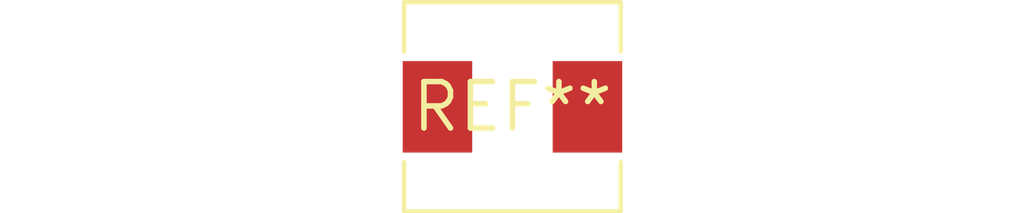
<source format=kicad_pcb>
(kicad_pcb (version 20240108) (generator pcbnew)
  (layers (0 "F.Cu" signal) (31 "B.Cu" signal) (34 "B.Paste" user) (35 "F.Paste" user) (36 "B.SilkS" user "B.Silkscreen") (37 "F.SilkS" user "F.Silkscreen") (38 "B.Mask" user) (39 "F.Mask" user) (44 "Edge.Cuts" user))
  (net 0 "")
  (footprint "L_Chilisin_BMRB00050518-B" (layer "F.Cu") (at 0 0)
    (property "Reference" "REF**")
    (property "Value" "L_Chilisin_BMRB00050518-B")
    (fp_line (start -2.96 -2.86) (end -2.96 -1.51) (layer "F.SilkS") (stroke (width 0.12)))
    (fp_line (start -2.96 -2.86) (end 2.96 -2.86) (layer "F.SilkS") (stroke (width 0.12)))
    (fp_line (start -2.96 2.86) (end -2.96 1.51) (layer "F.SilkS") (stroke (width 0.12)))
    (fp_line (start -2.96 2.86) (end 2.96 2.86) (layer "F.SilkS") (stroke (width 0.12)))
    (fp_line (start 2.96 -2.86) (end 2.96 -1.51) (layer "F.SilkS") (stroke (width 0.12)))
    (fp_line (start 2.96 2.86) (end 2.96 1.51) (layer "F.SilkS") (stroke (width 0.12)))
    (pad "1" smd rect (at -2.05 0) (size 1.9 2.5) (layers "F.Cu" "F.Paste" "F.Mask"))
    (pad "2" smd rect (at 2.05 0) (size 1.9 2.5) (layers "F.Cu" "F.Paste" "F.Mask"))
  )
)
</source>
